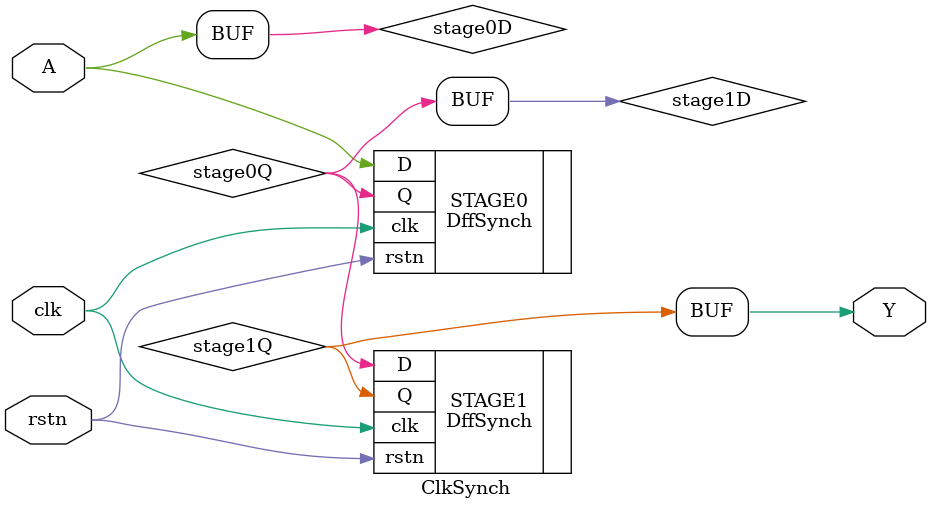
<source format=v>
/*
 * ClkSynch.v
 *
 * "Two stage synchronizer/metastability blocker for external pins"
 */
module ClkSynch (
	// Serial line to synchronize.
	input  A,
	output Y,
	
	// Common signals.
	input  clk,
	input  rstn
);

////////////////////////////////////////////////////////////////////////////////
// -- Internal Signals/Wires -- //
////////////////////////////////////////////////////////////////////////////////

// Dff Stage wires.
wire stage0D, stage0Q;
wire stage1D, stage1Q;

////////////////////////////////////////////////////////////////////////////////
// -- Large Blocks/Instances -- //
////////////////////////////////////////////////////////////////////////////////

//------------------------------------------------------------------------------
// Dffs implementing two stages of syncrhonizer.
DffSynch STAGE0 (
    .D(stage0D),
    .Q(stage0Q),
    .clk(clk),
    .rstn(rstn)
);
DffSynch STAGE1 (
    .D(stage1D),
    .Q(stage1Q),
    .clk(clk),
    .rstn(rstn)
);

////////////////////////////////////////////////////////////////////////////////
// -- Connections/Comb Logic -- //
////////////////////////////////////////////////////////////////////////////////

//------------------------------------------------------------------------------
// Create "pipeline" through each stage.
assign stage0D     = A;
assign stage1D     = stage0Q;
assign Y           = stage1Q;

endmodule

</source>
